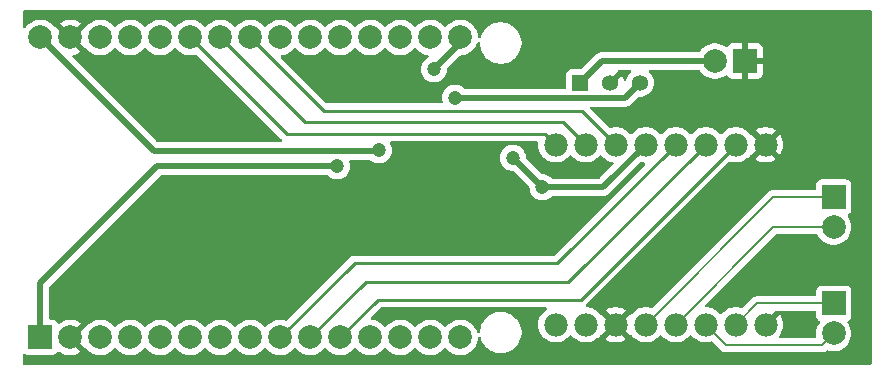
<source format=gbr>
%TF.GenerationSoftware,KiCad,Pcbnew,8.0.4*%
%TF.CreationDate,2025-02-11T11:06:44-05:00*%
%TF.ProjectId,plusle,706c7573-6c65-42e6-9b69-6361645f7063,rev?*%
%TF.SameCoordinates,Original*%
%TF.FileFunction,Copper,L1,Top*%
%TF.FilePolarity,Positive*%
%FSLAX46Y46*%
G04 Gerber Fmt 4.6, Leading zero omitted, Abs format (unit mm)*
G04 Created by KiCad (PCBNEW 8.0.4) date 2025-02-11 11:06:44*
%MOMM*%
%LPD*%
G01*
G04 APERTURE LIST*
%TA.AperFunction,ComponentPad*%
%ADD10R,2.000000X2.000000*%
%TD*%
%TA.AperFunction,ComponentPad*%
%ADD11C,2.000000*%
%TD*%
%TA.AperFunction,ComponentPad*%
%ADD12R,1.358000X1.358000*%
%TD*%
%TA.AperFunction,ComponentPad*%
%ADD13C,1.358000*%
%TD*%
%TA.AperFunction,ComponentPad*%
%ADD14C,1.980000*%
%TD*%
%TA.AperFunction,ViaPad*%
%ADD15C,1.200000*%
%TD*%
%TA.AperFunction,Conductor*%
%ADD16C,0.200000*%
%TD*%
%TA.AperFunction,Conductor*%
%ADD17C,0.500000*%
%TD*%
%TA.AperFunction,Conductor*%
%ADD18C,0.250000*%
%TD*%
G04 APERTURE END LIST*
D10*
%TO.P,J2,1,Pin_1*%
%TO.N,Net-(J2-Pin_1)*%
X140650000Y-51825000D03*
D11*
%TO.P,J2,2,Pin_2*%
%TO.N,Net-(J2-Pin_2)*%
X140650000Y-54365000D03*
%TD*%
D10*
%TO.P,U1,1,3V3*%
%TO.N,+3.3V*%
X73485000Y-63700000D03*
D11*
%TO.P,U1,2,GND*%
%TO.N,GND*%
X76025000Y-63700000D03*
%TO.P,U1,3,D15*%
%TO.N,unconnected-(U1-D15-Pad3)*%
X78565000Y-63700000D03*
%TO.P,U1,4,D2*%
%TO.N,unconnected-(U1-D2-Pad4)*%
X81105000Y-63700000D03*
%TO.P,U1,5,D4*%
%TO.N,unconnected-(U1-D4-Pad5)*%
X83645000Y-63700000D03*
%TO.P,U1,6,RX2*%
%TO.N,unconnected-(U1-RX2-Pad6)*%
X86185000Y-63700000D03*
%TO.P,U1,7,TX2*%
%TO.N,unconnected-(U1-TX2-Pad7)*%
X88725000Y-63700000D03*
%TO.P,U1,8,D5*%
%TO.N,unconnected-(U1-D5-Pad8)*%
X91265000Y-63700000D03*
%TO.P,U1,9,D18*%
%TO.N,BIn1*%
X93805000Y-63700000D03*
%TO.P,U1,10,D19*%
%TO.N,BIn2*%
X96345000Y-63700000D03*
%TO.P,U1,11,D21*%
%TO.N,PWMB*%
X98885000Y-63700000D03*
%TO.P,U1,12,RX0*%
%TO.N,unconnected-(U1-RX0-Pad12)*%
X101425000Y-63700000D03*
%TO.P,U1,13,TX0*%
%TO.N,unconnected-(U1-TX0-Pad13)*%
X103965000Y-63700000D03*
%TO.P,U1,14,D22*%
%TO.N,unconnected-(U1-D22-Pad14)*%
X106505000Y-63700000D03*
%TO.P,U1,15,D23*%
%TO.N,unconnected-(U1-D23-Pad15)*%
X109045000Y-63700000D03*
%TO.P,U1,16,EN*%
%TO.N,+3.3V*%
X109045000Y-38300000D03*
%TO.P,U1,17,VP*%
%TO.N,unconnected-(U1-VP-Pad17)*%
X106505000Y-38300000D03*
%TO.P,U1,18,VN*%
%TO.N,unconnected-(U1-VN-Pad18)*%
X103965000Y-38300000D03*
%TO.P,U1,19,D34*%
%TO.N,unconnected-(U1-D34-Pad19)*%
X101425000Y-38300000D03*
%TO.P,U1,20,D35*%
%TO.N,unconnected-(U1-D35-Pad20)*%
X98885000Y-38300000D03*
%TO.P,U1,21,D32*%
%TO.N,unconnected-(U1-D32-Pad21)*%
X96345000Y-38300000D03*
%TO.P,U1,22,D33*%
%TO.N,unconnected-(U1-D33-Pad22)*%
X93805000Y-38300000D03*
%TO.P,U1,23,D25*%
%TO.N,AIn1*%
X91265000Y-38300000D03*
%TO.P,U1,24,D26*%
%TO.N,AIn2*%
X88725000Y-38300000D03*
%TO.P,U1,25,D27*%
%TO.N,PWMA*%
X86185000Y-38300000D03*
%TO.P,U1,26,D14*%
%TO.N,unconnected-(U1-D14-Pad26)*%
X83645000Y-38300000D03*
%TO.P,U1,27,D12*%
%TO.N,unconnected-(U1-D12-Pad27)*%
X81105000Y-38300000D03*
%TO.P,U1,28,D13*%
%TO.N,unconnected-(U1-D13-Pad28)*%
X78565000Y-38300000D03*
%TO.P,U1,29,GND*%
%TO.N,GND*%
X76025000Y-38300000D03*
%TO.P,U1,30,VIN*%
%TO.N,+5V*%
X73485000Y-38300000D03*
%TD*%
D12*
%TO.P,PS1,1,+VIN*%
%TO.N,+12V*%
X119172500Y-42150000D03*
D13*
%TO.P,PS1,2,GND*%
%TO.N,GND*%
X121712500Y-42150000D03*
%TO.P,PS1,3,+VOUT*%
%TO.N,+5V*%
X124252500Y-42150000D03*
%TD*%
D10*
%TO.P,J3,1,Pin_1*%
%TO.N,Net-(J3-Pin_1)*%
X140650000Y-60825000D03*
D11*
%TO.P,J3,2,Pin_2*%
%TO.N,Net-(J3-Pin_2)*%
X140650000Y-63365000D03*
%TD*%
D10*
%TO.P,J1,1,Pin_1*%
%TO.N,GND*%
X133140000Y-40300000D03*
D11*
%TO.P,J1,2,Pin_2*%
%TO.N,+12V*%
X130600000Y-40300000D03*
%TD*%
D14*
%TO.P,U2,1,VM*%
%TO.N,+12V*%
X117110000Y-62620000D03*
%TO.P,U2,2,VCC*%
%TO.N,+3.3V*%
X119650000Y-62620000D03*
%TO.P,U2,3,GND*%
%TO.N,GND*%
X122190000Y-62620000D03*
%TO.P,U2,4,A01*%
%TO.N,Net-(J2-Pin_1)*%
X124730000Y-62620000D03*
%TO.P,U2,5,A02*%
%TO.N,Net-(J2-Pin_2)*%
X127270000Y-62620000D03*
%TO.P,U2,6,B02*%
%TO.N,Net-(J3-Pin_2)*%
X129810000Y-62620000D03*
%TO.P,U2,7,B01*%
%TO.N,Net-(J3-Pin_1)*%
X132350000Y-62620000D03*
%TO.P,U2,8,GND*%
%TO.N,GND*%
X134890000Y-62620000D03*
%TO.P,U2,9,GND*%
X134890000Y-47380000D03*
%TO.P,U2,10,PWMB*%
%TO.N,PWMB*%
X132350000Y-47380000D03*
%TO.P,U2,11,BI2*%
%TO.N,BIn2*%
X129810000Y-47380000D03*
%TO.P,U2,12,BI1*%
%TO.N,BIn1*%
X127270000Y-47380000D03*
%TO.P,U2,13,STBY*%
%TO.N,+3.3V*%
X124730000Y-47380000D03*
%TO.P,U2,14,AI1*%
%TO.N,AIn1*%
X122190000Y-47380000D03*
%TO.P,U2,15,AI2*%
%TO.N,AIn2*%
X119650000Y-47380000D03*
%TO.P,U2,16,PWMA*%
%TO.N,PWMA*%
X117110000Y-47380000D03*
%TD*%
D15*
%TO.N,+5V*%
X102150000Y-47850000D03*
X108600000Y-43400000D03*
%TO.N,+3.3V*%
X98600000Y-49200000D03*
X116000000Y-51000000D03*
X106800000Y-41000000D03*
X113500000Y-48500000D03*
%TD*%
D16*
%TO.N,Net-(J2-Pin_1)*%
X124730000Y-62620000D02*
X135525000Y-51825000D01*
X135525000Y-51825000D02*
X140650000Y-51825000D01*
%TO.N,Net-(J2-Pin_2)*%
X135525000Y-54365000D02*
X140650000Y-54365000D01*
X127270000Y-62620000D02*
X135525000Y-54365000D01*
%TO.N,Net-(J3-Pin_2)*%
X139650000Y-64365000D02*
X140650000Y-63365000D01*
X131555000Y-64365000D02*
X139650000Y-64365000D01*
X129810000Y-62620000D02*
X131555000Y-64365000D01*
%TO.N,Net-(J3-Pin_1)*%
X134145000Y-60825000D02*
X140650000Y-60825000D01*
X132350000Y-62620000D02*
X134145000Y-60825000D01*
D17*
%TO.N,+12V*%
X119172500Y-42150000D02*
X121022500Y-40300000D01*
X121022500Y-40300000D02*
X130600000Y-40300000D01*
%TO.N,+5V*%
X102150000Y-47850000D02*
X102100000Y-47900000D01*
X123002500Y-43400000D02*
X124252500Y-42150000D01*
X102100000Y-47900000D02*
X83085000Y-47900000D01*
X108600000Y-43400000D02*
X123002500Y-43400000D01*
X83085000Y-47900000D02*
X73485000Y-38300000D01*
D18*
%TO.N,BIn1*%
X100105000Y-57400000D02*
X93805000Y-63700000D01*
X127270000Y-47380000D02*
X117250000Y-57400000D01*
X117250000Y-57400000D02*
X100105000Y-57400000D01*
%TO.N,PWMB*%
X102085000Y-60500000D02*
X98885000Y-63700000D01*
X119230000Y-60500000D02*
X102085000Y-60500000D01*
X132350000Y-47380000D02*
X119230000Y-60500000D01*
%TO.N,PWMA*%
X117110000Y-47380000D02*
X116205000Y-46475000D01*
X94360000Y-46475000D02*
X86185000Y-38300000D01*
X116205000Y-46475000D02*
X94360000Y-46475000D01*
%TO.N,AIn1*%
X122190000Y-47380000D02*
X119310000Y-44500000D01*
X97465000Y-44500000D02*
X91265000Y-38300000D01*
X119310000Y-44500000D02*
X97465000Y-44500000D01*
%TO.N,BIn2*%
X118190000Y-59000000D02*
X101045000Y-59000000D01*
X101045000Y-59000000D02*
X96345000Y-63700000D01*
X129810000Y-47380000D02*
X118190000Y-59000000D01*
D17*
%TO.N,+3.3V*%
X98600000Y-49200000D02*
X83400000Y-49200000D01*
X116000000Y-51000000D02*
X121110000Y-51000000D01*
X106800000Y-41000000D02*
X109045000Y-38755000D01*
X73485000Y-59115000D02*
X73485000Y-63700000D01*
X83400000Y-49200000D02*
X73485000Y-59115000D01*
X116000000Y-51000000D02*
X113500000Y-48500000D01*
X109045000Y-38755000D02*
X109045000Y-38300000D01*
X121110000Y-51000000D02*
X124730000Y-47380000D01*
D18*
%TO.N,AIn2*%
X117770000Y-45500000D02*
X95925000Y-45500000D01*
X119650000Y-47380000D02*
X117770000Y-45500000D01*
X95925000Y-45500000D02*
X88725000Y-38300000D01*
%TD*%
%TA.AperFunction,Conductor*%
%TO.N,GND*%
G36*
X143842539Y-36020185D02*
G01*
X143888294Y-36072989D01*
X143899500Y-36124500D01*
X143899500Y-65875500D01*
X143879815Y-65942539D01*
X143827011Y-65988294D01*
X143775500Y-65999500D01*
X72124500Y-65999500D01*
X72057461Y-65979815D01*
X72011706Y-65927011D01*
X72000500Y-65875500D01*
X72000500Y-65210230D01*
X72020185Y-65143191D01*
X72072989Y-65097436D01*
X72142147Y-65087492D01*
X72198810Y-65110963D01*
X72241861Y-65143191D01*
X72242668Y-65143795D01*
X72242671Y-65143797D01*
X72377517Y-65194091D01*
X72377516Y-65194091D01*
X72384444Y-65194835D01*
X72437127Y-65200500D01*
X74532872Y-65200499D01*
X74592483Y-65194091D01*
X74727331Y-65143796D01*
X74842546Y-65057546D01*
X74928796Y-64942331D01*
X74928797Y-64942326D01*
X74933047Y-64934546D01*
X74936135Y-64936232D01*
X74967873Y-64893790D01*
X75033324Y-64869339D01*
X75101605Y-64884155D01*
X75118398Y-64895165D01*
X75201768Y-64960055D01*
X75201771Y-64960057D01*
X75420385Y-65078364D01*
X75420396Y-65078369D01*
X75655506Y-65159083D01*
X75900707Y-65200000D01*
X76149293Y-65200000D01*
X76394493Y-65159083D01*
X76629603Y-65078369D01*
X76629614Y-65078364D01*
X76848228Y-64960057D01*
X76848231Y-64960055D01*
X76895056Y-64923609D01*
X76162575Y-64191128D01*
X76221853Y-64175245D01*
X76338147Y-64108102D01*
X76433102Y-64013147D01*
X76500245Y-63896853D01*
X76516128Y-63837575D01*
X77248434Y-64569882D01*
X77259861Y-64568697D01*
X77328573Y-64581360D01*
X77373092Y-64621194D01*
X77373683Y-64620735D01*
X77376218Y-64623992D01*
X77376456Y-64624205D01*
X77376831Y-64624780D01*
X77376836Y-64624785D01*
X77545256Y-64807738D01*
X77741491Y-64960474D01*
X77741493Y-64960475D01*
X77959332Y-65078364D01*
X77960190Y-65078828D01*
X78147673Y-65143191D01*
X78193964Y-65159083D01*
X78195386Y-65159571D01*
X78440665Y-65200500D01*
X78689335Y-65200500D01*
X78934614Y-65159571D01*
X79169810Y-65078828D01*
X79388509Y-64960474D01*
X79584744Y-64807738D01*
X79743771Y-64634988D01*
X79803657Y-64598999D01*
X79873495Y-64601099D01*
X79926228Y-64634988D01*
X80085256Y-64807738D01*
X80281491Y-64960474D01*
X80281493Y-64960475D01*
X80499332Y-65078364D01*
X80500190Y-65078828D01*
X80687673Y-65143191D01*
X80733964Y-65159083D01*
X80735386Y-65159571D01*
X80980665Y-65200500D01*
X81229335Y-65200500D01*
X81474614Y-65159571D01*
X81709810Y-65078828D01*
X81928509Y-64960474D01*
X82124744Y-64807738D01*
X82283771Y-64634988D01*
X82343657Y-64598999D01*
X82413495Y-64601099D01*
X82466228Y-64634988D01*
X82625256Y-64807738D01*
X82821491Y-64960474D01*
X82821493Y-64960475D01*
X83039332Y-65078364D01*
X83040190Y-65078828D01*
X83227673Y-65143191D01*
X83273964Y-65159083D01*
X83275386Y-65159571D01*
X83520665Y-65200500D01*
X83769335Y-65200500D01*
X84014614Y-65159571D01*
X84249810Y-65078828D01*
X84468509Y-64960474D01*
X84664744Y-64807738D01*
X84823771Y-64634988D01*
X84883657Y-64598999D01*
X84953495Y-64601099D01*
X85006228Y-64634988D01*
X85165256Y-64807738D01*
X85361491Y-64960474D01*
X85361493Y-64960475D01*
X85579332Y-65078364D01*
X85580190Y-65078828D01*
X85767673Y-65143191D01*
X85813964Y-65159083D01*
X85815386Y-65159571D01*
X86060665Y-65200500D01*
X86309335Y-65200500D01*
X86554614Y-65159571D01*
X86789810Y-65078828D01*
X87008509Y-64960474D01*
X87204744Y-64807738D01*
X87363771Y-64634988D01*
X87423657Y-64598999D01*
X87493495Y-64601099D01*
X87546228Y-64634988D01*
X87705256Y-64807738D01*
X87901491Y-64960474D01*
X87901493Y-64960475D01*
X88119332Y-65078364D01*
X88120190Y-65078828D01*
X88307673Y-65143191D01*
X88353964Y-65159083D01*
X88355386Y-65159571D01*
X88600665Y-65200500D01*
X88849335Y-65200500D01*
X89094614Y-65159571D01*
X89329810Y-65078828D01*
X89548509Y-64960474D01*
X89744744Y-64807738D01*
X89903771Y-64634988D01*
X89963657Y-64598999D01*
X90033495Y-64601099D01*
X90086228Y-64634988D01*
X90245256Y-64807738D01*
X90441491Y-64960474D01*
X90441493Y-64960475D01*
X90659332Y-65078364D01*
X90660190Y-65078828D01*
X90847673Y-65143191D01*
X90893964Y-65159083D01*
X90895386Y-65159571D01*
X91140665Y-65200500D01*
X91389335Y-65200500D01*
X91634614Y-65159571D01*
X91869810Y-65078828D01*
X92088509Y-64960474D01*
X92284744Y-64807738D01*
X92443771Y-64634988D01*
X92503657Y-64598999D01*
X92573495Y-64601099D01*
X92626228Y-64634988D01*
X92785256Y-64807738D01*
X92981491Y-64960474D01*
X92981493Y-64960475D01*
X93199332Y-65078364D01*
X93200190Y-65078828D01*
X93387673Y-65143191D01*
X93433964Y-65159083D01*
X93435386Y-65159571D01*
X93680665Y-65200500D01*
X93929335Y-65200500D01*
X94174614Y-65159571D01*
X94409810Y-65078828D01*
X94628509Y-64960474D01*
X94824744Y-64807738D01*
X94983771Y-64634988D01*
X95043657Y-64598999D01*
X95113495Y-64601099D01*
X95166228Y-64634988D01*
X95325256Y-64807738D01*
X95521491Y-64960474D01*
X95521493Y-64960475D01*
X95739332Y-65078364D01*
X95740190Y-65078828D01*
X95927673Y-65143191D01*
X95973964Y-65159083D01*
X95975386Y-65159571D01*
X96220665Y-65200500D01*
X96469335Y-65200500D01*
X96714614Y-65159571D01*
X96949810Y-65078828D01*
X97168509Y-64960474D01*
X97364744Y-64807738D01*
X97523771Y-64634988D01*
X97583657Y-64598999D01*
X97653495Y-64601099D01*
X97706228Y-64634988D01*
X97865256Y-64807738D01*
X98061491Y-64960474D01*
X98061493Y-64960475D01*
X98279332Y-65078364D01*
X98280190Y-65078828D01*
X98467673Y-65143191D01*
X98513964Y-65159083D01*
X98515386Y-65159571D01*
X98760665Y-65200500D01*
X99009335Y-65200500D01*
X99254614Y-65159571D01*
X99489810Y-65078828D01*
X99708509Y-64960474D01*
X99904744Y-64807738D01*
X100063771Y-64634988D01*
X100123657Y-64598999D01*
X100193495Y-64601099D01*
X100246228Y-64634988D01*
X100405256Y-64807738D01*
X100601491Y-64960474D01*
X100601493Y-64960475D01*
X100819332Y-65078364D01*
X100820190Y-65078828D01*
X101007673Y-65143191D01*
X101053964Y-65159083D01*
X101055386Y-65159571D01*
X101300665Y-65200500D01*
X101549335Y-65200500D01*
X101794614Y-65159571D01*
X102029810Y-65078828D01*
X102248509Y-64960474D01*
X102444744Y-64807738D01*
X102603771Y-64634988D01*
X102663657Y-64598999D01*
X102733495Y-64601099D01*
X102786228Y-64634988D01*
X102945256Y-64807738D01*
X103141491Y-64960474D01*
X103141493Y-64960475D01*
X103359332Y-65078364D01*
X103360190Y-65078828D01*
X103547673Y-65143191D01*
X103593964Y-65159083D01*
X103595386Y-65159571D01*
X103840665Y-65200500D01*
X104089335Y-65200500D01*
X104334614Y-65159571D01*
X104569810Y-65078828D01*
X104788509Y-64960474D01*
X104984744Y-64807738D01*
X105143771Y-64634988D01*
X105203657Y-64598999D01*
X105273495Y-64601099D01*
X105326228Y-64634988D01*
X105485256Y-64807738D01*
X105681491Y-64960474D01*
X105681493Y-64960475D01*
X105899332Y-65078364D01*
X105900190Y-65078828D01*
X106087673Y-65143191D01*
X106133964Y-65159083D01*
X106135386Y-65159571D01*
X106380665Y-65200500D01*
X106629335Y-65200500D01*
X106874614Y-65159571D01*
X107109810Y-65078828D01*
X107328509Y-64960474D01*
X107524744Y-64807738D01*
X107683771Y-64634988D01*
X107743657Y-64598999D01*
X107813495Y-64601099D01*
X107866228Y-64634988D01*
X108025256Y-64807738D01*
X108221491Y-64960474D01*
X108221493Y-64960475D01*
X108439332Y-65078364D01*
X108440190Y-65078828D01*
X108627673Y-65143191D01*
X108673964Y-65159083D01*
X108675386Y-65159571D01*
X108920665Y-65200500D01*
X109169335Y-65200500D01*
X109414614Y-65159571D01*
X109649810Y-65078828D01*
X109868509Y-64960474D01*
X110064744Y-64807738D01*
X110233164Y-64624785D01*
X110369173Y-64416607D01*
X110469063Y-64188881D01*
X110530108Y-63947821D01*
X110530109Y-63947812D01*
X110544842Y-63770013D01*
X110569995Y-63704828D01*
X110626397Y-63663590D01*
X110696140Y-63659392D01*
X110757082Y-63693566D01*
X110788191Y-63748157D01*
X110792571Y-63764500D01*
X110813842Y-63843887D01*
X110901650Y-64055876D01*
X110901657Y-64055890D01*
X111016392Y-64254617D01*
X111156081Y-64436661D01*
X111156089Y-64436670D01*
X111318330Y-64598911D01*
X111318338Y-64598918D01*
X111318339Y-64598919D01*
X111352044Y-64624782D01*
X111500382Y-64738607D01*
X111500385Y-64738608D01*
X111500388Y-64738611D01*
X111699112Y-64853344D01*
X111699117Y-64853346D01*
X111699123Y-64853349D01*
X111737727Y-64869339D01*
X111911113Y-64941158D01*
X112132762Y-65000548D01*
X112360266Y-65030500D01*
X112360273Y-65030500D01*
X112589727Y-65030500D01*
X112589734Y-65030500D01*
X112817238Y-65000548D01*
X113038887Y-64941158D01*
X113250888Y-64853344D01*
X113449612Y-64738611D01*
X113631661Y-64598919D01*
X113631665Y-64598914D01*
X113631670Y-64598911D01*
X113793911Y-64436670D01*
X113793914Y-64436665D01*
X113793919Y-64436661D01*
X113933611Y-64254612D01*
X114048344Y-64055888D01*
X114136158Y-63843887D01*
X114195548Y-63622238D01*
X114225500Y-63394734D01*
X114225500Y-63165266D01*
X114195548Y-62937762D01*
X114136158Y-62716113D01*
X114059265Y-62530477D01*
X114048349Y-62504123D01*
X114048346Y-62504117D01*
X114048344Y-62504112D01*
X113933611Y-62305388D01*
X113933608Y-62305385D01*
X113933607Y-62305382D01*
X113802388Y-62134376D01*
X113793919Y-62123339D01*
X113793918Y-62123338D01*
X113793911Y-62123330D01*
X113631670Y-61961089D01*
X113631661Y-61961081D01*
X113449617Y-61821392D01*
X113250890Y-61706657D01*
X113250876Y-61706650D01*
X113038887Y-61618842D01*
X112817238Y-61559452D01*
X112779215Y-61554446D01*
X112589741Y-61529500D01*
X112589734Y-61529500D01*
X112360266Y-61529500D01*
X112360258Y-61529500D01*
X112143715Y-61558009D01*
X112132762Y-61559452D01*
X112039076Y-61584554D01*
X111911112Y-61618842D01*
X111699123Y-61706650D01*
X111699109Y-61706657D01*
X111500382Y-61821392D01*
X111318338Y-61961081D01*
X111156081Y-62123338D01*
X111016392Y-62305382D01*
X110901657Y-62504109D01*
X110901650Y-62504123D01*
X110813842Y-62716112D01*
X110754453Y-62937759D01*
X110754451Y-62937770D01*
X110724500Y-63165258D01*
X110724500Y-63225028D01*
X110704815Y-63292067D01*
X110652011Y-63337822D01*
X110582853Y-63347766D01*
X110519297Y-63318741D01*
X110481523Y-63259963D01*
X110480294Y-63255469D01*
X110469062Y-63211117D01*
X110427860Y-63117187D01*
X110369173Y-62983393D01*
X110327336Y-62919356D01*
X110233166Y-62775217D01*
X110178756Y-62716112D01*
X110064744Y-62592262D01*
X109868509Y-62439526D01*
X109868507Y-62439525D01*
X109868506Y-62439524D01*
X109649811Y-62321172D01*
X109649802Y-62321169D01*
X109414616Y-62240429D01*
X109169335Y-62199500D01*
X108920665Y-62199500D01*
X108675383Y-62240429D01*
X108440197Y-62321169D01*
X108440188Y-62321172D01*
X108221493Y-62439524D01*
X108025257Y-62592261D01*
X107866230Y-62765010D01*
X107806342Y-62801001D01*
X107736504Y-62798900D01*
X107683770Y-62765010D01*
X107638756Y-62716112D01*
X107524744Y-62592262D01*
X107328509Y-62439526D01*
X107328507Y-62439525D01*
X107328506Y-62439524D01*
X107109811Y-62321172D01*
X107109802Y-62321169D01*
X106874616Y-62240429D01*
X106629335Y-62199500D01*
X106380665Y-62199500D01*
X106135383Y-62240429D01*
X105900197Y-62321169D01*
X105900188Y-62321172D01*
X105681493Y-62439524D01*
X105485257Y-62592261D01*
X105326230Y-62765010D01*
X105266342Y-62801001D01*
X105196504Y-62798900D01*
X105143770Y-62765010D01*
X105098756Y-62716112D01*
X104984744Y-62592262D01*
X104788509Y-62439526D01*
X104788507Y-62439525D01*
X104788506Y-62439524D01*
X104569811Y-62321172D01*
X104569802Y-62321169D01*
X104334616Y-62240429D01*
X104089335Y-62199500D01*
X103840665Y-62199500D01*
X103595383Y-62240429D01*
X103360197Y-62321169D01*
X103360188Y-62321172D01*
X103141493Y-62439524D01*
X102945257Y-62592261D01*
X102786230Y-62765010D01*
X102726342Y-62801001D01*
X102656504Y-62798900D01*
X102603770Y-62765010D01*
X102558756Y-62716112D01*
X102444744Y-62592262D01*
X102248509Y-62439526D01*
X102248507Y-62439525D01*
X102248506Y-62439524D01*
X102029811Y-62321172D01*
X102029802Y-62321169D01*
X101794616Y-62240429D01*
X101547635Y-62199216D01*
X101484749Y-62168766D01*
X101448310Y-62109151D01*
X101449885Y-62039299D01*
X101480363Y-61989226D01*
X101537107Y-61932483D01*
X102307772Y-61161819D01*
X102369095Y-61128334D01*
X102395453Y-61125500D01*
X116250280Y-61125500D01*
X116317319Y-61145185D01*
X116363074Y-61197989D01*
X116373018Y-61267147D01*
X116343993Y-61330703D01*
X116309299Y-61358554D01*
X116291982Y-61367925D01*
X116291971Y-61367932D01*
X116097058Y-61519639D01*
X116097055Y-61519642D01*
X115929752Y-61701382D01*
X115794650Y-61908172D01*
X115695428Y-62134376D01*
X115634789Y-62373834D01*
X115614392Y-62619994D01*
X115614392Y-62620005D01*
X115634789Y-62866165D01*
X115695428Y-63105623D01*
X115794546Y-63331591D01*
X115794652Y-63331831D01*
X115877513Y-63458659D01*
X115927770Y-63535584D01*
X115929755Y-63538621D01*
X116097052Y-63720355D01*
X116097055Y-63720357D01*
X116097058Y-63720360D01*
X116291971Y-63872067D01*
X116291977Y-63872071D01*
X116291980Y-63872073D01*
X116431950Y-63947821D01*
X116508376Y-63989181D01*
X116509221Y-63989638D01*
X116630536Y-64031285D01*
X116742846Y-64069842D01*
X116742848Y-64069842D01*
X116742850Y-64069843D01*
X116986494Y-64110500D01*
X116986495Y-64110500D01*
X117233505Y-64110500D01*
X117233506Y-64110500D01*
X117477150Y-64069843D01*
X117710779Y-63989638D01*
X117928020Y-63872073D01*
X117928559Y-63871654D01*
X118059147Y-63770013D01*
X118122948Y-63720355D01*
X118288772Y-63540220D01*
X118348657Y-63504232D01*
X118418495Y-63506332D01*
X118471227Y-63540220D01*
X118637052Y-63720355D01*
X118637055Y-63720357D01*
X118637058Y-63720360D01*
X118831971Y-63872067D01*
X118831977Y-63872071D01*
X118831980Y-63872073D01*
X118971950Y-63947821D01*
X119048376Y-63989181D01*
X119049221Y-63989638D01*
X119170536Y-64031285D01*
X119282846Y-64069842D01*
X119282848Y-64069842D01*
X119282850Y-64069843D01*
X119526494Y-64110500D01*
X119526495Y-64110500D01*
X119773505Y-64110500D01*
X119773506Y-64110500D01*
X120017150Y-64069843D01*
X120250779Y-63989638D01*
X120468020Y-63872073D01*
X120468559Y-63871654D01*
X120599147Y-63770013D01*
X120662948Y-63720355D01*
X120830245Y-63538621D01*
X120832223Y-63535592D01*
X120833352Y-63534628D01*
X120833397Y-63534572D01*
X120833408Y-63534581D01*
X120885365Y-63490232D01*
X120948830Y-63480068D01*
X120973790Y-63482656D01*
X121581304Y-62875141D01*
X121605116Y-62932627D01*
X121677345Y-63040725D01*
X121769275Y-63132655D01*
X121877373Y-63204884D01*
X121934857Y-63228694D01*
X121327068Y-63836483D01*
X121372256Y-63871653D01*
X121589421Y-63989178D01*
X121589429Y-63989181D01*
X121822970Y-64069356D01*
X122066535Y-64110000D01*
X122313465Y-64110000D01*
X122557029Y-64069356D01*
X122790570Y-63989181D01*
X122790578Y-63989178D01*
X123007743Y-63871654D01*
X123052930Y-63836483D01*
X122445142Y-63228695D01*
X122502627Y-63204884D01*
X122610725Y-63132655D01*
X122702655Y-63040725D01*
X122774884Y-62932627D01*
X122798694Y-62875142D01*
X123406208Y-63482656D01*
X123431170Y-63480068D01*
X123499883Y-63492731D01*
X123547770Y-63535583D01*
X123549755Y-63538621D01*
X123717052Y-63720355D01*
X123717055Y-63720357D01*
X123717058Y-63720360D01*
X123911971Y-63872067D01*
X123911977Y-63872071D01*
X123911980Y-63872073D01*
X124051950Y-63947821D01*
X124128376Y-63989181D01*
X124129221Y-63989638D01*
X124250536Y-64031285D01*
X124362846Y-64069842D01*
X124362848Y-64069842D01*
X124362850Y-64069843D01*
X124606494Y-64110500D01*
X124606495Y-64110500D01*
X124853505Y-64110500D01*
X124853506Y-64110500D01*
X125097150Y-64069843D01*
X125330779Y-63989638D01*
X125548020Y-63872073D01*
X125548559Y-63871654D01*
X125679147Y-63770013D01*
X125742948Y-63720355D01*
X125908772Y-63540220D01*
X125968657Y-63504232D01*
X126038495Y-63506332D01*
X126091227Y-63540220D01*
X126257052Y-63720355D01*
X126257055Y-63720357D01*
X126257058Y-63720360D01*
X126451971Y-63872067D01*
X126451977Y-63872071D01*
X126451980Y-63872073D01*
X126591950Y-63947821D01*
X126668376Y-63989181D01*
X126669221Y-63989638D01*
X126790536Y-64031285D01*
X126902846Y-64069842D01*
X126902848Y-64069842D01*
X126902850Y-64069843D01*
X127146494Y-64110500D01*
X127146495Y-64110500D01*
X127393505Y-64110500D01*
X127393506Y-64110500D01*
X127637150Y-64069843D01*
X127870779Y-63989638D01*
X128088020Y-63872073D01*
X128088559Y-63871654D01*
X128219147Y-63770013D01*
X128282948Y-63720355D01*
X128448772Y-63540220D01*
X128508657Y-63504232D01*
X128578495Y-63506332D01*
X128631227Y-63540220D01*
X128797052Y-63720355D01*
X128797055Y-63720357D01*
X128797058Y-63720360D01*
X128991971Y-63872067D01*
X128991977Y-63872071D01*
X128991980Y-63872073D01*
X129131950Y-63947821D01*
X129208376Y-63989181D01*
X129209221Y-63989638D01*
X129330536Y-64031285D01*
X129442846Y-64069842D01*
X129442848Y-64069842D01*
X129442850Y-64069843D01*
X129686494Y-64110500D01*
X129686495Y-64110500D01*
X129933505Y-64110500D01*
X129933506Y-64110500D01*
X130177150Y-64069843D01*
X130277734Y-64035311D01*
X130347529Y-64032162D01*
X130405676Y-64064912D01*
X131186284Y-64845520D01*
X131186286Y-64845521D01*
X131186290Y-64845524D01*
X131321539Y-64923609D01*
X131323216Y-64924577D01*
X131475943Y-64965501D01*
X131475945Y-64965501D01*
X131641654Y-64965501D01*
X131641670Y-64965500D01*
X139563331Y-64965500D01*
X139563347Y-64965501D01*
X139570943Y-64965501D01*
X139729054Y-64965501D01*
X139729057Y-64965501D01*
X139881785Y-64924577D01*
X139931904Y-64895639D01*
X140018716Y-64845520D01*
X140046452Y-64817782D01*
X140107772Y-64784299D01*
X140174393Y-64788183D01*
X140231353Y-64807738D01*
X140280385Y-64824571D01*
X140525665Y-64865500D01*
X140774335Y-64865500D01*
X141019614Y-64824571D01*
X141254810Y-64743828D01*
X141473509Y-64625474D01*
X141669744Y-64472738D01*
X141838164Y-64289785D01*
X141974173Y-64081607D01*
X142074063Y-63853881D01*
X142135108Y-63612821D01*
X142139543Y-63559297D01*
X142155643Y-63365005D01*
X142155643Y-63364994D01*
X142135109Y-63117187D01*
X142135107Y-63117175D01*
X142074063Y-62876118D01*
X141974174Y-62648396D01*
X141974173Y-62648393D01*
X141843256Y-62448009D01*
X141823070Y-62381122D01*
X141842250Y-62313936D01*
X141887642Y-62271356D01*
X141892323Y-62268798D01*
X141892331Y-62268796D01*
X142007546Y-62182546D01*
X142093796Y-62067331D01*
X142144091Y-61932483D01*
X142150500Y-61872873D01*
X142150499Y-59777128D01*
X142144091Y-59717517D01*
X142095655Y-59587654D01*
X142093797Y-59582671D01*
X142093793Y-59582664D01*
X142007547Y-59467455D01*
X142007544Y-59467452D01*
X141892335Y-59381206D01*
X141892328Y-59381202D01*
X141757482Y-59330908D01*
X141757483Y-59330908D01*
X141697883Y-59324501D01*
X141697881Y-59324500D01*
X141697873Y-59324500D01*
X141697864Y-59324500D01*
X139602129Y-59324500D01*
X139602123Y-59324501D01*
X139542516Y-59330908D01*
X139407671Y-59381202D01*
X139407664Y-59381206D01*
X139292455Y-59467452D01*
X139292452Y-59467455D01*
X139206206Y-59582664D01*
X139206202Y-59582671D01*
X139155908Y-59717517D01*
X139149501Y-59777116D01*
X139149501Y-59777123D01*
X139149500Y-59777135D01*
X139149500Y-60100500D01*
X139129815Y-60167539D01*
X139077011Y-60213294D01*
X139025500Y-60224500D01*
X134065940Y-60224500D01*
X134025019Y-60235464D01*
X134025019Y-60235465D01*
X133987751Y-60245451D01*
X133913214Y-60265423D01*
X133913209Y-60265426D01*
X133776290Y-60344475D01*
X133776282Y-60344481D01*
X133664478Y-60456286D01*
X132945677Y-61175086D01*
X132884354Y-61208571D01*
X132817734Y-61204687D01*
X132717149Y-61170156D01*
X132514162Y-61136284D01*
X132473506Y-61129500D01*
X132226494Y-61129500D01*
X132177765Y-61137631D01*
X131982846Y-61170157D01*
X131749228Y-61250359D01*
X131749219Y-61250362D01*
X131531977Y-61367928D01*
X131531971Y-61367932D01*
X131337058Y-61519639D01*
X131337055Y-61519642D01*
X131337052Y-61519644D01*
X131337052Y-61519645D01*
X131300407Y-61559453D01*
X131171230Y-61699777D01*
X131111343Y-61735767D01*
X131041505Y-61733667D01*
X130988770Y-61699777D01*
X130822948Y-61519645D01*
X130822943Y-61519641D01*
X130822941Y-61519639D01*
X130628028Y-61367932D01*
X130628022Y-61367928D01*
X130410780Y-61250362D01*
X130410771Y-61250359D01*
X130177153Y-61170157D01*
X129994417Y-61139664D01*
X129933506Y-61129500D01*
X129909096Y-61129500D01*
X129842057Y-61109815D01*
X129796302Y-61057011D01*
X129786358Y-60987853D01*
X129815383Y-60924297D01*
X129821415Y-60917819D01*
X132710901Y-58028334D01*
X135737416Y-55001819D01*
X135798739Y-54968334D01*
X135825097Y-54965500D01*
X139193884Y-54965500D01*
X139260923Y-54985185D01*
X139306678Y-55037989D01*
X139307440Y-55039689D01*
X139325827Y-55081608D01*
X139461833Y-55289782D01*
X139461836Y-55289785D01*
X139630256Y-55472738D01*
X139826491Y-55625474D01*
X140045190Y-55743828D01*
X140280386Y-55824571D01*
X140525665Y-55865500D01*
X140774335Y-55865500D01*
X141019614Y-55824571D01*
X141254810Y-55743828D01*
X141473509Y-55625474D01*
X141669744Y-55472738D01*
X141838164Y-55289785D01*
X141974173Y-55081607D01*
X142074063Y-54853881D01*
X142135108Y-54612821D01*
X142155643Y-54365000D01*
X142135108Y-54117179D01*
X142076181Y-53884481D01*
X142074063Y-53876118D01*
X141974174Y-53648396D01*
X141974173Y-53648393D01*
X141843256Y-53448009D01*
X141823070Y-53381122D01*
X141842250Y-53313936D01*
X141887642Y-53271356D01*
X141892323Y-53268798D01*
X141892331Y-53268796D01*
X142007546Y-53182546D01*
X142093796Y-53067331D01*
X142144091Y-52932483D01*
X142150500Y-52872873D01*
X142150499Y-50777128D01*
X142144091Y-50717517D01*
X142093796Y-50582669D01*
X142093795Y-50582668D01*
X142093793Y-50582664D01*
X142007547Y-50467455D01*
X142007544Y-50467452D01*
X141892335Y-50381206D01*
X141892328Y-50381202D01*
X141757482Y-50330908D01*
X141757483Y-50330908D01*
X141697883Y-50324501D01*
X141697881Y-50324500D01*
X141697873Y-50324500D01*
X141697864Y-50324500D01*
X139602129Y-50324500D01*
X139602123Y-50324501D01*
X139542516Y-50330908D01*
X139407671Y-50381202D01*
X139407664Y-50381206D01*
X139292455Y-50467452D01*
X139292452Y-50467455D01*
X139206206Y-50582664D01*
X139206202Y-50582671D01*
X139155908Y-50717517D01*
X139149501Y-50777116D01*
X139149501Y-50777123D01*
X139149500Y-50777135D01*
X139149500Y-51100500D01*
X139129815Y-51167539D01*
X139077011Y-51213294D01*
X139025500Y-51224500D01*
X135445940Y-51224500D01*
X135405019Y-51235464D01*
X135405019Y-51235465D01*
X135367751Y-51245451D01*
X135293214Y-51265423D01*
X135293209Y-51265426D01*
X135156290Y-51344475D01*
X135156282Y-51344481D01*
X135044478Y-51456286D01*
X125325677Y-61175086D01*
X125264354Y-61208571D01*
X125197734Y-61204687D01*
X125097149Y-61170156D01*
X124894162Y-61136284D01*
X124853506Y-61129500D01*
X124606494Y-61129500D01*
X124557765Y-61137631D01*
X124362846Y-61170157D01*
X124129228Y-61250359D01*
X124129219Y-61250362D01*
X123911977Y-61367928D01*
X123911971Y-61367932D01*
X123717058Y-61519639D01*
X123717055Y-61519642D01*
X123717052Y-61519644D01*
X123717052Y-61519645D01*
X123625735Y-61618842D01*
X123549753Y-61701381D01*
X123547767Y-61704421D01*
X123546635Y-61705386D01*
X123546604Y-61705427D01*
X123546595Y-61705420D01*
X123494617Y-61749774D01*
X123431172Y-61759931D01*
X123406208Y-61757342D01*
X122798694Y-62364856D01*
X122774884Y-62307373D01*
X122702655Y-62199275D01*
X122610725Y-62107345D01*
X122502627Y-62035116D01*
X122445142Y-62011305D01*
X123052931Y-61403516D01*
X123052931Y-61403515D01*
X123007743Y-61368346D01*
X122790578Y-61250821D01*
X122790570Y-61250818D01*
X122557029Y-61170643D01*
X122313465Y-61130000D01*
X122066535Y-61130000D01*
X121822970Y-61170643D01*
X121589429Y-61250818D01*
X121589421Y-61250821D01*
X121372252Y-61368348D01*
X121372251Y-61368349D01*
X121327068Y-61403514D01*
X121327068Y-61403516D01*
X121934857Y-62011305D01*
X121877373Y-62035116D01*
X121769275Y-62107345D01*
X121677345Y-62199275D01*
X121605116Y-62307373D01*
X121581305Y-62364857D01*
X120973790Y-61757342D01*
X120948827Y-61759931D01*
X120880115Y-61747266D01*
X120832223Y-61704407D01*
X120830245Y-61701379D01*
X120662948Y-61519645D01*
X120662943Y-61519641D01*
X120662941Y-61519639D01*
X120468028Y-61367932D01*
X120468022Y-61367928D01*
X120250780Y-61250362D01*
X120250771Y-61250359D01*
X120017153Y-61170157D01*
X119838919Y-61140415D01*
X119773506Y-61129500D01*
X119773505Y-61129500D01*
X119768447Y-61128656D01*
X119768633Y-61127541D01*
X119708579Y-61104365D01*
X119667343Y-61047961D01*
X119663148Y-60978218D01*
X119696327Y-60918264D01*
X119696772Y-60917819D01*
X119715858Y-60898733D01*
X119715858Y-60898731D01*
X119722919Y-60891671D01*
X119722925Y-60891664D01*
X131780643Y-48833945D01*
X131841964Y-48800462D01*
X131908583Y-48804346D01*
X131982850Y-48829843D01*
X132226494Y-48870500D01*
X132226495Y-48870500D01*
X132473505Y-48870500D01*
X132473506Y-48870500D01*
X132717150Y-48829843D01*
X132950779Y-48749638D01*
X133168020Y-48632073D01*
X133168559Y-48631654D01*
X133286151Y-48540128D01*
X133362948Y-48480355D01*
X133530245Y-48298621D01*
X133532223Y-48295592D01*
X133533352Y-48294628D01*
X133533397Y-48294572D01*
X133533408Y-48294581D01*
X133585365Y-48250232D01*
X133648830Y-48240068D01*
X133673790Y-48242656D01*
X134281304Y-47635141D01*
X134305116Y-47692627D01*
X134377345Y-47800725D01*
X134469275Y-47892655D01*
X134577373Y-47964884D01*
X134634857Y-47988694D01*
X134027068Y-48596483D01*
X134072256Y-48631653D01*
X134289421Y-48749178D01*
X134289429Y-48749181D01*
X134522970Y-48829356D01*
X134766535Y-48870000D01*
X135013465Y-48870000D01*
X135257029Y-48829356D01*
X135490570Y-48749181D01*
X135490578Y-48749178D01*
X135707743Y-48631654D01*
X135752930Y-48596483D01*
X135145142Y-47988695D01*
X135202627Y-47964884D01*
X135310725Y-47892655D01*
X135402655Y-47800725D01*
X135474884Y-47692627D01*
X135498694Y-47635142D01*
X136106209Y-48242657D01*
X136204904Y-48091595D01*
X136204909Y-48091587D01*
X136304098Y-47865460D01*
X136364715Y-47626090D01*
X136364717Y-47626079D01*
X136385107Y-47380006D01*
X136385107Y-47379993D01*
X136364717Y-47133920D01*
X136364715Y-47133909D01*
X136304098Y-46894539D01*
X136204906Y-46668406D01*
X136106209Y-46517341D01*
X135498694Y-47124856D01*
X135474884Y-47067373D01*
X135402655Y-46959275D01*
X135310725Y-46867345D01*
X135202627Y-46795116D01*
X135145142Y-46771305D01*
X135752931Y-46163516D01*
X135752931Y-46163515D01*
X135707743Y-46128346D01*
X135490578Y-46010821D01*
X135490570Y-46010818D01*
X135257029Y-45930643D01*
X135013465Y-45890000D01*
X134766535Y-45890000D01*
X134522970Y-45930643D01*
X134289429Y-46010818D01*
X134289421Y-46010821D01*
X134072252Y-46128348D01*
X134072251Y-46128349D01*
X134027068Y-46163514D01*
X134027068Y-46163516D01*
X134634857Y-46771305D01*
X134577373Y-46795116D01*
X134469275Y-46867345D01*
X134377345Y-46959275D01*
X134305116Y-47067373D01*
X134281305Y-47124857D01*
X133673790Y-46517342D01*
X133648827Y-46519931D01*
X133580115Y-46507266D01*
X133532223Y-46464407D01*
X133530245Y-46461379D01*
X133362948Y-46279645D01*
X133362943Y-46279641D01*
X133362941Y-46279639D01*
X133168028Y-46127932D01*
X133168022Y-46127928D01*
X132950780Y-46010362D01*
X132950771Y-46010359D01*
X132717153Y-45930157D01*
X132523197Y-45897792D01*
X132473506Y-45889500D01*
X132226494Y-45889500D01*
X132177765Y-45897631D01*
X131982846Y-45930157D01*
X131749228Y-46010359D01*
X131749219Y-46010362D01*
X131531977Y-46127928D01*
X131531971Y-46127932D01*
X131337058Y-46279639D01*
X131337055Y-46279642D01*
X131171230Y-46459777D01*
X131111343Y-46495767D01*
X131041505Y-46493667D01*
X130988770Y-46459777D01*
X130822948Y-46279645D01*
X130822943Y-46279641D01*
X130822941Y-46279639D01*
X130628028Y-46127932D01*
X130628022Y-46127928D01*
X130410780Y-46010362D01*
X130410771Y-46010359D01*
X130177153Y-45930157D01*
X129983197Y-45897792D01*
X129933506Y-45889500D01*
X129686494Y-45889500D01*
X129637765Y-45897631D01*
X129442846Y-45930157D01*
X129209228Y-46010359D01*
X129209219Y-46010362D01*
X128991977Y-46127928D01*
X128991971Y-46127932D01*
X128797058Y-46279639D01*
X128797055Y-46279642D01*
X128631230Y-46459777D01*
X128571343Y-46495767D01*
X128501505Y-46493667D01*
X128448770Y-46459777D01*
X128282948Y-46279645D01*
X128282943Y-46279641D01*
X128282941Y-46279639D01*
X128088028Y-46127932D01*
X128088022Y-46127928D01*
X127870780Y-46010362D01*
X127870771Y-46010359D01*
X127637153Y-45930157D01*
X127443197Y-45897792D01*
X127393506Y-45889500D01*
X127146494Y-45889500D01*
X127097765Y-45897631D01*
X126902846Y-45930157D01*
X126669228Y-46010359D01*
X126669219Y-46010362D01*
X126451977Y-46127928D01*
X126451971Y-46127932D01*
X126257058Y-46279639D01*
X126257055Y-46279642D01*
X126091230Y-46459777D01*
X126031343Y-46495767D01*
X125961505Y-46493667D01*
X125908770Y-46459777D01*
X125742948Y-46279645D01*
X125742943Y-46279641D01*
X125742941Y-46279639D01*
X125548028Y-46127932D01*
X125548022Y-46127928D01*
X125330780Y-46010362D01*
X125330771Y-46010359D01*
X125097153Y-45930157D01*
X124903197Y-45897792D01*
X124853506Y-45889500D01*
X124606494Y-45889500D01*
X124557765Y-45897631D01*
X124362846Y-45930157D01*
X124129228Y-46010359D01*
X124129219Y-46010362D01*
X123911977Y-46127928D01*
X123911971Y-46127932D01*
X123717058Y-46279639D01*
X123717055Y-46279642D01*
X123551230Y-46459777D01*
X123491343Y-46495767D01*
X123421505Y-46493667D01*
X123368770Y-46459777D01*
X123202948Y-46279645D01*
X123202943Y-46279641D01*
X123202941Y-46279639D01*
X123008028Y-46127932D01*
X123008022Y-46127928D01*
X122790780Y-46010362D01*
X122790771Y-46010359D01*
X122557153Y-45930157D01*
X122363197Y-45897792D01*
X122313506Y-45889500D01*
X122066494Y-45889500D01*
X122036011Y-45894586D01*
X121822849Y-45930156D01*
X121748584Y-45955652D01*
X121678785Y-45958801D01*
X121620641Y-45926051D01*
X120056771Y-44362181D01*
X120023286Y-44300858D01*
X120028270Y-44231166D01*
X120070142Y-44175233D01*
X120135606Y-44150816D01*
X120144452Y-44150500D01*
X123076420Y-44150500D01*
X123173962Y-44131096D01*
X123221413Y-44121658D01*
X123357995Y-44065084D01*
X123434234Y-44014143D01*
X123480916Y-43982952D01*
X124098048Y-43365818D01*
X124159371Y-43332334D01*
X124185729Y-43329500D01*
X124361795Y-43329500D01*
X124361797Y-43329500D01*
X124576668Y-43289333D01*
X124780501Y-43210368D01*
X124966353Y-43095294D01*
X125127895Y-42948028D01*
X125259627Y-42773587D01*
X125357063Y-42577910D01*
X125416884Y-42367661D01*
X125437053Y-42150000D01*
X125416884Y-41932339D01*
X125357063Y-41722090D01*
X125335521Y-41678828D01*
X125259630Y-41526418D01*
X125259625Y-41526410D01*
X125127895Y-41351972D01*
X125033739Y-41266137D01*
X124997458Y-41206425D01*
X124999219Y-41136578D01*
X125038463Y-41078770D01*
X125102730Y-41051356D01*
X125117278Y-41050500D01*
X129230864Y-41050500D01*
X129297903Y-41070185D01*
X129334672Y-41106677D01*
X129411836Y-41224785D01*
X129580256Y-41407738D01*
X129776491Y-41560474D01*
X129995190Y-41678828D01*
X130230386Y-41759571D01*
X130475665Y-41800500D01*
X130724335Y-41800500D01*
X130969614Y-41759571D01*
X131204810Y-41678828D01*
X131423509Y-41560474D01*
X131507201Y-41495333D01*
X131572192Y-41469692D01*
X131640732Y-41483258D01*
X131691057Y-41531726D01*
X131692290Y-41534361D01*
X131692396Y-41534304D01*
X131696649Y-41542093D01*
X131782809Y-41657187D01*
X131782812Y-41657190D01*
X131897906Y-41743350D01*
X131897913Y-41743354D01*
X132032620Y-41793596D01*
X132032627Y-41793598D01*
X132092155Y-41799999D01*
X132092172Y-41800000D01*
X132890000Y-41800000D01*
X132890000Y-40848482D01*
X132908409Y-40859111D01*
X133061009Y-40900000D01*
X133218991Y-40900000D01*
X133371591Y-40859111D01*
X133390000Y-40848482D01*
X133390000Y-41800000D01*
X134187828Y-41800000D01*
X134187844Y-41799999D01*
X134247372Y-41793598D01*
X134247379Y-41793596D01*
X134382086Y-41743354D01*
X134382093Y-41743350D01*
X134497187Y-41657190D01*
X134497190Y-41657187D01*
X134583350Y-41542093D01*
X134583354Y-41542086D01*
X134633596Y-41407379D01*
X134633598Y-41407372D01*
X134639999Y-41347844D01*
X134640000Y-41347827D01*
X134640000Y-40550000D01*
X133688482Y-40550000D01*
X133699111Y-40531591D01*
X133740000Y-40378991D01*
X133740000Y-40221009D01*
X133699111Y-40068409D01*
X133688482Y-40050000D01*
X134640000Y-40050000D01*
X134640000Y-39252172D01*
X134639999Y-39252155D01*
X134633598Y-39192627D01*
X134633596Y-39192620D01*
X134583354Y-39057913D01*
X134583350Y-39057906D01*
X134497190Y-38942812D01*
X134497187Y-38942809D01*
X134382093Y-38856649D01*
X134382086Y-38856645D01*
X134247379Y-38806403D01*
X134247372Y-38806401D01*
X134187844Y-38800000D01*
X133390000Y-38800000D01*
X133390000Y-39751517D01*
X133371591Y-39740889D01*
X133218991Y-39700000D01*
X133061009Y-39700000D01*
X132908409Y-39740889D01*
X132890000Y-39751517D01*
X132890000Y-38800000D01*
X132092155Y-38800000D01*
X132032627Y-38806401D01*
X132032620Y-38806403D01*
X131897913Y-38856645D01*
X131897906Y-38856649D01*
X131782812Y-38942809D01*
X131782809Y-38942812D01*
X131696649Y-39057906D01*
X131692396Y-39065696D01*
X131689217Y-39063960D01*
X131657596Y-39106135D01*
X131592113Y-39130502D01*
X131523851Y-39115598D01*
X131507199Y-39104665D01*
X131500595Y-39099525D01*
X131423509Y-39039526D01*
X131423507Y-39039525D01*
X131423506Y-39039524D01*
X131204811Y-38921172D01*
X131204802Y-38921169D01*
X130969616Y-38840429D01*
X130724335Y-38799500D01*
X130475665Y-38799500D01*
X130230383Y-38840429D01*
X129995197Y-38921169D01*
X129995188Y-38921172D01*
X129776493Y-39039524D01*
X129594263Y-39181360D01*
X129580256Y-39192262D01*
X129540923Y-39234989D01*
X129411836Y-39375215D01*
X129334673Y-39493322D01*
X129281526Y-39538678D01*
X129230864Y-39549500D01*
X120948580Y-39549500D01*
X120803592Y-39578340D01*
X120803582Y-39578343D01*
X120667011Y-39634912D01*
X120666999Y-39634919D01*
X120601980Y-39678364D01*
X120601286Y-39678828D01*
X120587080Y-39688319D01*
X120544081Y-39717050D01*
X120544080Y-39717051D01*
X119326949Y-40934181D01*
X119265626Y-40967666D01*
X119239268Y-40970500D01*
X118445629Y-40970500D01*
X118445623Y-40970501D01*
X118386016Y-40976908D01*
X118251171Y-41027202D01*
X118251164Y-41027206D01*
X118135955Y-41113452D01*
X118135952Y-41113455D01*
X118049706Y-41228664D01*
X118049702Y-41228671D01*
X117999408Y-41363517D01*
X117993001Y-41423116D01*
X117993000Y-41423127D01*
X117993000Y-42031868D01*
X117993001Y-42525500D01*
X117973316Y-42592539D01*
X117920513Y-42638294D01*
X117869001Y-42649500D01*
X109458307Y-42649500D01*
X109391268Y-42629815D01*
X109374769Y-42617137D01*
X109266041Y-42518019D01*
X109266039Y-42518017D01*
X109092642Y-42410655D01*
X109092635Y-42410651D01*
X108981661Y-42367660D01*
X108902456Y-42336976D01*
X108701976Y-42299500D01*
X108498024Y-42299500D01*
X108297544Y-42336976D01*
X108297541Y-42336976D01*
X108297541Y-42336977D01*
X108107364Y-42410651D01*
X108107357Y-42410655D01*
X107933960Y-42518017D01*
X107933958Y-42518019D01*
X107783237Y-42655418D01*
X107660327Y-42818178D01*
X107569422Y-43000739D01*
X107569417Y-43000752D01*
X107513602Y-43196917D01*
X107494785Y-43399999D01*
X107494785Y-43400000D01*
X107513602Y-43603082D01*
X107545892Y-43716565D01*
X107545306Y-43786433D01*
X107507039Y-43844891D01*
X107443242Y-43873382D01*
X107426626Y-43874500D01*
X97775452Y-43874500D01*
X97708413Y-43854815D01*
X97687771Y-43838181D01*
X93860363Y-40010773D01*
X93826878Y-39949450D01*
X93831862Y-39879758D01*
X93873734Y-39823825D01*
X93927635Y-39800783D01*
X93929331Y-39800500D01*
X93929335Y-39800500D01*
X94174614Y-39759571D01*
X94409810Y-39678828D01*
X94628509Y-39560474D01*
X94824744Y-39407738D01*
X94983771Y-39234988D01*
X95043657Y-39198999D01*
X95113495Y-39201099D01*
X95166228Y-39234988D01*
X95325256Y-39407738D01*
X95521491Y-39560474D01*
X95554508Y-39578342D01*
X95739332Y-39678364D01*
X95740190Y-39678828D01*
X95975386Y-39759571D01*
X96220665Y-39800500D01*
X96469335Y-39800500D01*
X96714614Y-39759571D01*
X96949810Y-39678828D01*
X97168509Y-39560474D01*
X97364744Y-39407738D01*
X97523771Y-39234988D01*
X97583657Y-39198999D01*
X97653495Y-39201099D01*
X97706228Y-39234988D01*
X97865256Y-39407738D01*
X98061491Y-39560474D01*
X98094508Y-39578342D01*
X98279332Y-39678364D01*
X98280190Y-39678828D01*
X98515386Y-39759571D01*
X98760665Y-39800500D01*
X99009335Y-39800500D01*
X99254614Y-39759571D01*
X99489810Y-39678828D01*
X99708509Y-39560474D01*
X99904744Y-39407738D01*
X100063771Y-39234988D01*
X100123657Y-39198999D01*
X100193495Y-39201099D01*
X100246228Y-39234988D01*
X100405256Y-39407738D01*
X100601491Y-39560474D01*
X100634508Y-39578342D01*
X100819332Y-39678364D01*
X100820190Y-39678828D01*
X101055386Y-39759571D01*
X101300665Y-39800500D01*
X101549335Y-39800500D01*
X101794614Y-39759571D01*
X102029810Y-39678828D01*
X102248509Y-39560474D01*
X102444744Y-39407738D01*
X102603771Y-39234988D01*
X102663657Y-39198999D01*
X102733495Y-39201099D01*
X102786228Y-39234988D01*
X102945256Y-39407738D01*
X103141491Y-39560474D01*
X103174508Y-39578342D01*
X103359332Y-39678364D01*
X103360190Y-39678828D01*
X103595386Y-39759571D01*
X103840665Y-39800500D01*
X104089335Y-39800500D01*
X104334614Y-39759571D01*
X104569810Y-39678828D01*
X104788509Y-39560474D01*
X104984744Y-39407738D01*
X105143771Y-39234988D01*
X105203657Y-39198999D01*
X105273495Y-39201099D01*
X105326228Y-39234988D01*
X105485256Y-39407738D01*
X105681491Y-39560474D01*
X105714508Y-39578342D01*
X105899332Y-39678364D01*
X105900190Y-39678828D01*
X106135386Y-39759571D01*
X106265211Y-39781234D01*
X106328095Y-39811684D01*
X106364535Y-39871299D01*
X106362961Y-39941150D01*
X106323871Y-39999062D01*
X106310079Y-40008970D01*
X106133957Y-40118020D01*
X105983237Y-40255418D01*
X105860327Y-40418178D01*
X105769422Y-40600739D01*
X105769417Y-40600752D01*
X105713602Y-40796917D01*
X105694785Y-40999999D01*
X105694785Y-41000000D01*
X105713602Y-41203082D01*
X105769417Y-41399247D01*
X105769422Y-41399260D01*
X105860327Y-41581821D01*
X105983237Y-41744581D01*
X106133958Y-41881980D01*
X106133960Y-41881982D01*
X106139282Y-41885277D01*
X106307363Y-41989348D01*
X106497544Y-42063024D01*
X106698024Y-42100500D01*
X106698026Y-42100500D01*
X106901974Y-42100500D01*
X106901976Y-42100500D01*
X107102456Y-42063024D01*
X107292637Y-41989348D01*
X107466041Y-41881981D01*
X107616764Y-41744579D01*
X107739673Y-41581821D01*
X107830582Y-41399250D01*
X107886397Y-41203083D01*
X107905215Y-41000000D01*
X107905214Y-40999999D01*
X107905562Y-40996254D01*
X107931348Y-40931317D01*
X107941344Y-40920022D01*
X109024548Y-39836819D01*
X109085871Y-39803334D01*
X109112229Y-39800500D01*
X109169335Y-39800500D01*
X109414614Y-39759571D01*
X109649810Y-39678828D01*
X109868509Y-39560474D01*
X110064744Y-39407738D01*
X110233164Y-39224785D01*
X110369173Y-39016607D01*
X110469063Y-38788881D01*
X110480294Y-38744530D01*
X110515834Y-38684375D01*
X110578254Y-38652983D01*
X110647737Y-38660321D01*
X110702223Y-38704060D01*
X110724412Y-38770312D01*
X110724500Y-38774971D01*
X110724500Y-38884741D01*
X110749446Y-39074215D01*
X110754452Y-39112238D01*
X110784396Y-39223992D01*
X110813842Y-39333887D01*
X110901650Y-39545876D01*
X110901657Y-39545890D01*
X111016392Y-39744617D01*
X111156081Y-39926661D01*
X111156089Y-39926670D01*
X111318330Y-40088911D01*
X111318338Y-40088918D01*
X111500382Y-40228607D01*
X111500385Y-40228608D01*
X111500388Y-40228611D01*
X111699112Y-40343344D01*
X111699117Y-40343346D01*
X111699123Y-40343349D01*
X111785171Y-40378991D01*
X111911113Y-40431158D01*
X112132762Y-40490548D01*
X112360266Y-40520500D01*
X112360273Y-40520500D01*
X112589727Y-40520500D01*
X112589734Y-40520500D01*
X112817238Y-40490548D01*
X113038887Y-40431158D01*
X113250888Y-40343344D01*
X113449612Y-40228611D01*
X113631661Y-40088919D01*
X113631665Y-40088914D01*
X113631670Y-40088911D01*
X113793911Y-39926670D01*
X113793914Y-39926665D01*
X113793919Y-39926661D01*
X113933611Y-39744612D01*
X114048344Y-39545888D01*
X114136158Y-39333887D01*
X114195548Y-39112238D01*
X114225500Y-38884734D01*
X114225500Y-38655266D01*
X114225274Y-38653553D01*
X114211354Y-38547821D01*
X114195548Y-38427762D01*
X114136158Y-38206113D01*
X114048344Y-37994112D01*
X113933611Y-37795388D01*
X113933608Y-37795385D01*
X113933607Y-37795382D01*
X113793918Y-37613338D01*
X113793911Y-37613330D01*
X113631670Y-37451089D01*
X113631661Y-37451081D01*
X113449617Y-37311392D01*
X113250890Y-37196657D01*
X113250876Y-37196650D01*
X113038887Y-37108842D01*
X112817238Y-37049452D01*
X112779215Y-37044446D01*
X112589741Y-37019500D01*
X112589734Y-37019500D01*
X112360266Y-37019500D01*
X112360258Y-37019500D01*
X112143715Y-37048009D01*
X112132762Y-37049452D01*
X112039076Y-37074554D01*
X111911112Y-37108842D01*
X111699123Y-37196650D01*
X111699109Y-37196657D01*
X111500382Y-37311392D01*
X111318338Y-37451081D01*
X111156081Y-37613338D01*
X111016392Y-37795382D01*
X110901657Y-37994109D01*
X110901650Y-37994123D01*
X110813843Y-38206110D01*
X110813842Y-38206113D01*
X110797213Y-38268176D01*
X110791357Y-38290030D01*
X110754992Y-38349690D01*
X110692145Y-38380219D01*
X110622769Y-38371924D01*
X110568891Y-38327439D01*
X110548006Y-38268179D01*
X110530108Y-38052179D01*
X110469063Y-37811119D01*
X110462160Y-37795382D01*
X110369173Y-37583393D01*
X110233166Y-37375217D01*
X110174408Y-37311389D01*
X110064744Y-37192262D01*
X109868509Y-37039526D01*
X109868507Y-37039525D01*
X109868506Y-37039524D01*
X109649811Y-36921172D01*
X109649802Y-36921169D01*
X109414616Y-36840429D01*
X109169335Y-36799500D01*
X108920665Y-36799500D01*
X108675383Y-36840429D01*
X108440197Y-36921169D01*
X108440188Y-36921172D01*
X108221493Y-37039524D01*
X108025257Y-37192261D01*
X107866230Y-37365010D01*
X107806342Y-37401001D01*
X107736504Y-37398900D01*
X107683770Y-37365010D01*
X107634408Y-37311389D01*
X107524744Y-37192262D01*
X107328509Y-37039526D01*
X107328507Y-37039525D01*
X107328506Y-37039524D01*
X107109811Y-36921172D01*
X107109802Y-36921169D01*
X106874616Y-36840429D01*
X106629335Y-36799500D01*
X106380665Y-36799500D01*
X106135383Y-36840429D01*
X105900197Y-36921169D01*
X105900188Y-36921172D01*
X105681493Y-37039524D01*
X105485257Y-37192261D01*
X105326230Y-37365010D01*
X105266342Y-37401001D01*
X105196504Y-37398900D01*
X105143770Y-37365010D01*
X105094408Y-37311389D01*
X104984744Y-37192262D01*
X104788509Y-37039526D01*
X104788507Y-37039525D01*
X104788506Y-37039524D01*
X104569811Y-36921172D01*
X104569802Y-36921169D01*
X104334616Y-36840429D01*
X104089335Y-36799500D01*
X103840665Y-36799500D01*
X103595383Y-36840429D01*
X103360197Y-36921169D01*
X103360188Y-36921172D01*
X103141493Y-37039524D01*
X102945257Y-37192261D01*
X102786230Y-37365010D01*
X102726342Y-37401001D01*
X102656504Y-37398900D01*
X102603770Y-37365010D01*
X102554408Y-37311389D01*
X102444744Y-37192262D01*
X102248509Y-37039526D01*
X102248507Y-37039525D01*
X102248506Y-37039524D01*
X102029811Y-36921172D01*
X102029802Y-36921169D01*
X101794616Y-36840429D01*
X101549335Y-36799500D01*
X101300665Y-36799500D01*
X101055383Y-36840429D01*
X100820197Y-36921169D01*
X100820188Y-36921172D01*
X100601493Y-37039524D01*
X100405257Y-37192261D01*
X100246230Y-37365010D01*
X100186342Y-37401001D01*
X100116504Y-37398900D01*
X100063770Y-37365010D01*
X100014408Y-37311389D01*
X99904744Y-37192262D01*
X99708509Y-37039526D01*
X99708507Y-37039525D01*
X99708506Y-37039524D01*
X99489811Y-36921172D01*
X99489802Y-36921169D01*
X99254616Y-36840429D01*
X99009335Y-36799500D01*
X98760665Y-36799500D01*
X98515383Y-36840429D01*
X98280197Y-36921169D01*
X98280188Y-36921172D01*
X98061493Y-37039524D01*
X97865257Y-37192261D01*
X97706230Y-37365010D01*
X97646342Y-37401001D01*
X97576504Y-37398900D01*
X97523770Y-37365010D01*
X97474408Y-37311389D01*
X97364744Y-37192262D01*
X97168509Y-37039526D01*
X97168507Y-37039525D01*
X97168506Y-37039524D01*
X96949811Y-36921172D01*
X96949802Y-36921169D01*
X96714616Y-36840429D01*
X96469335Y-36799500D01*
X96220665Y-36799500D01*
X95975383Y-36840429D01*
X95740197Y-36921169D01*
X95740188Y-36921172D01*
X95521493Y-37039524D01*
X95325257Y-37192261D01*
X95166230Y-37365010D01*
X95106342Y-37401001D01*
X95036504Y-37398900D01*
X94983770Y-37365010D01*
X94934408Y-37311389D01*
X94824744Y-37192262D01*
X94628509Y-37039526D01*
X94628507Y-37039525D01*
X94628506Y-37039524D01*
X94409811Y-36921172D01*
X94409802Y-36921169D01*
X94174616Y-36840429D01*
X93929335Y-36799500D01*
X93680665Y-36799500D01*
X93435383Y-36840429D01*
X93200197Y-36921169D01*
X93200188Y-36921172D01*
X92981493Y-37039524D01*
X92785257Y-37192261D01*
X92626230Y-37365010D01*
X92566342Y-37401001D01*
X92496504Y-37398900D01*
X92443770Y-37365010D01*
X92394408Y-37311389D01*
X92284744Y-37192262D01*
X92088509Y-37039526D01*
X92088507Y-37039525D01*
X92088506Y-37039524D01*
X91869811Y-36921172D01*
X91869802Y-36921169D01*
X91634616Y-36840429D01*
X91389335Y-36799500D01*
X91140665Y-36799500D01*
X90895383Y-36840429D01*
X90660197Y-36921169D01*
X90660188Y-36921172D01*
X90441493Y-37039524D01*
X90245257Y-37192261D01*
X90086230Y-37365010D01*
X90026342Y-37401001D01*
X89956504Y-37398900D01*
X89903770Y-37365010D01*
X89854408Y-37311389D01*
X89744744Y-37192262D01*
X89548509Y-37039526D01*
X89548507Y-37039525D01*
X89548506Y-37039524D01*
X89329811Y-36921172D01*
X89329802Y-36921169D01*
X89094616Y-36840429D01*
X88849335Y-36799500D01*
X88600665Y-36799500D01*
X88355383Y-36840429D01*
X88120197Y-36921169D01*
X88120188Y-36921172D01*
X87901493Y-37039524D01*
X87705257Y-37192261D01*
X87546230Y-37365010D01*
X87486342Y-37401001D01*
X87416504Y-37398900D01*
X87363770Y-37365010D01*
X87314408Y-37311389D01*
X87204744Y-37192262D01*
X87008509Y-37039526D01*
X87008507Y-37039525D01*
X87008506Y-37039524D01*
X86789811Y-36921172D01*
X86789802Y-36921169D01*
X86554616Y-36840429D01*
X86309335Y-36799500D01*
X86060665Y-36799500D01*
X85815383Y-36840429D01*
X85580197Y-36921169D01*
X85580188Y-36921172D01*
X85361493Y-37039524D01*
X85165257Y-37192261D01*
X85006230Y-37365010D01*
X84946342Y-37401001D01*
X84876504Y-37398900D01*
X84823770Y-37365010D01*
X84774408Y-37311389D01*
X84664744Y-37192262D01*
X84468509Y-37039526D01*
X84468507Y-37039525D01*
X84468506Y-37039524D01*
X84249811Y-36921172D01*
X84249802Y-36921169D01*
X84014616Y-36840429D01*
X83769335Y-36799500D01*
X83520665Y-36799500D01*
X83275383Y-36840429D01*
X83040197Y-36921169D01*
X83040188Y-36921172D01*
X82821493Y-37039524D01*
X82625257Y-37192261D01*
X82466230Y-37365010D01*
X82406342Y-37401001D01*
X82336504Y-37398900D01*
X82283770Y-37365010D01*
X82234408Y-37311389D01*
X82124744Y-37192262D01*
X81928509Y-37039526D01*
X81928507Y-37039525D01*
X81928506Y-37039524D01*
X81709811Y-36921172D01*
X81709802Y-36921169D01*
X81474616Y-36840429D01*
X81229335Y-36799500D01*
X80980665Y-36799500D01*
X80735383Y-36840429D01*
X80500197Y-36921169D01*
X80500188Y-36921172D01*
X80281493Y-37039524D01*
X80085257Y-37192261D01*
X79926230Y-37365010D01*
X79866342Y-37401001D01*
X79796504Y-37398900D01*
X79743770Y-37365010D01*
X79694408Y-37311389D01*
X79584744Y-37192262D01*
X79388509Y-37039526D01*
X79388507Y-37039525D01*
X79388506Y-37039524D01*
X79169811Y-36921172D01*
X79169802Y-36921169D01*
X78934616Y-36840429D01*
X78689335Y-36799500D01*
X78440665Y-36799500D01*
X78195383Y-36840429D01*
X77960197Y-36921169D01*
X77960188Y-36921172D01*
X77741493Y-37039524D01*
X77545257Y-37192261D01*
X77376837Y-37375213D01*
X77376829Y-37375224D01*
X77376455Y-37375797D01*
X77376242Y-37375978D01*
X77373690Y-37379258D01*
X77373014Y-37378732D01*
X77323304Y-37421147D01*
X77259865Y-37431302D01*
X77248434Y-37430116D01*
X76516127Y-38162423D01*
X76500245Y-38103147D01*
X76433102Y-37986853D01*
X76338147Y-37891898D01*
X76221853Y-37824755D01*
X76162575Y-37808872D01*
X76895057Y-37076390D01*
X76895056Y-37076389D01*
X76848229Y-37039943D01*
X76629614Y-36921635D01*
X76629603Y-36921630D01*
X76394493Y-36840916D01*
X76149293Y-36800000D01*
X75900707Y-36800000D01*
X75655506Y-36840916D01*
X75420396Y-36921630D01*
X75420390Y-36921632D01*
X75201761Y-37039949D01*
X75154942Y-37076388D01*
X75154942Y-37076390D01*
X75887424Y-37808871D01*
X75828147Y-37824755D01*
X75711853Y-37891898D01*
X75616898Y-37986853D01*
X75549755Y-38103147D01*
X75533871Y-38162424D01*
X74801564Y-37430116D01*
X74790135Y-37431302D01*
X74721423Y-37418637D01*
X74676910Y-37378802D01*
X74676317Y-37379265D01*
X74673768Y-37375991D01*
X74673535Y-37375782D01*
X74673166Y-37375218D01*
X74673165Y-37375217D01*
X74673164Y-37375215D01*
X74504744Y-37192262D01*
X74308509Y-37039526D01*
X74308507Y-37039525D01*
X74308506Y-37039524D01*
X74089811Y-36921172D01*
X74089802Y-36921169D01*
X73854616Y-36840429D01*
X73609335Y-36799500D01*
X73360665Y-36799500D01*
X73115383Y-36840429D01*
X72880197Y-36921169D01*
X72880188Y-36921172D01*
X72661493Y-37039524D01*
X72465257Y-37192261D01*
X72296833Y-37375217D01*
X72228309Y-37480103D01*
X72175162Y-37525460D01*
X72105931Y-37534884D01*
X72042595Y-37505382D01*
X72005264Y-37446322D01*
X72000500Y-37412282D01*
X72000500Y-36124500D01*
X72020185Y-36057461D01*
X72072989Y-36011706D01*
X72124500Y-36000500D01*
X143775500Y-36000500D01*
X143842539Y-36020185D01*
G37*
%TD.AperFunction*%
%TA.AperFunction,Conductor*%
G36*
X139092540Y-61445185D02*
G01*
X139138295Y-61497989D01*
X139149501Y-61549500D01*
X139149501Y-61872876D01*
X139155908Y-61932483D01*
X139206202Y-62067328D01*
X139206206Y-62067335D01*
X139292452Y-62182544D01*
X139292455Y-62182547D01*
X139407664Y-62268793D01*
X139412361Y-62271358D01*
X139461766Y-62320764D01*
X139476617Y-62389037D01*
X139456742Y-62448011D01*
X139325826Y-62648393D01*
X139225936Y-62876118D01*
X139164892Y-63117175D01*
X139164890Y-63117187D01*
X139144357Y-63364994D01*
X139144357Y-63365005D01*
X139164890Y-63612812D01*
X139165737Y-63617885D01*
X139163882Y-63618194D01*
X139161574Y-63679863D01*
X139121626Y-63737186D01*
X139057029Y-63763812D01*
X139043987Y-63764500D01*
X136144322Y-63764500D01*
X136077283Y-63744815D01*
X136031528Y-63692011D01*
X136021584Y-63622853D01*
X136050609Y-63559297D01*
X136053092Y-63556518D01*
X136069848Y-63538315D01*
X136204907Y-63331591D01*
X136304098Y-63105460D01*
X136364715Y-62866090D01*
X136364717Y-62866079D01*
X136385107Y-62620006D01*
X136385107Y-62619993D01*
X136364717Y-62373920D01*
X136364715Y-62373909D01*
X136304098Y-62134539D01*
X136204906Y-61908406D01*
X136106209Y-61757341D01*
X135498694Y-62364856D01*
X135474884Y-62307373D01*
X135402655Y-62199275D01*
X135310725Y-62107345D01*
X135202627Y-62035116D01*
X135145142Y-62011304D01*
X135694628Y-61461819D01*
X135755951Y-61428334D01*
X135782309Y-61425500D01*
X139025501Y-61425500D01*
X139092540Y-61445185D01*
G37*
%TD.AperFunction*%
%TA.AperFunction,Conductor*%
G36*
X115569891Y-47120185D02*
G01*
X115615646Y-47172989D01*
X115626428Y-47234740D01*
X115614392Y-47379994D01*
X115614392Y-47380005D01*
X115634789Y-47626165D01*
X115695428Y-47865623D01*
X115777655Y-48053083D01*
X115794652Y-48091831D01*
X115840000Y-48161241D01*
X115928641Y-48296917D01*
X115929755Y-48298621D01*
X116097052Y-48480355D01*
X116097055Y-48480357D01*
X116097058Y-48480360D01*
X116291971Y-48632067D01*
X116291977Y-48632071D01*
X116291980Y-48632073D01*
X116362405Y-48670185D01*
X116508376Y-48749181D01*
X116509221Y-48749638D01*
X116595373Y-48779214D01*
X116742846Y-48829842D01*
X116742848Y-48829842D01*
X116742850Y-48829843D01*
X116986494Y-48870500D01*
X116986495Y-48870500D01*
X117233505Y-48870500D01*
X117233506Y-48870500D01*
X117477150Y-48829843D01*
X117710779Y-48749638D01*
X117928020Y-48632073D01*
X117928559Y-48631654D01*
X118046151Y-48540128D01*
X118122948Y-48480355D01*
X118288772Y-48300220D01*
X118348657Y-48264232D01*
X118418495Y-48266332D01*
X118471227Y-48300220D01*
X118637052Y-48480355D01*
X118637055Y-48480357D01*
X118637058Y-48480360D01*
X118831971Y-48632067D01*
X118831977Y-48632071D01*
X118831980Y-48632073D01*
X118902405Y-48670185D01*
X119048376Y-48749181D01*
X119049221Y-48749638D01*
X119135373Y-48779214D01*
X119282846Y-48829842D01*
X119282848Y-48829842D01*
X119282850Y-48829843D01*
X119526494Y-48870500D01*
X119526495Y-48870500D01*
X119773505Y-48870500D01*
X119773506Y-48870500D01*
X120017150Y-48829843D01*
X120250779Y-48749638D01*
X120468020Y-48632073D01*
X120468559Y-48631654D01*
X120586151Y-48540128D01*
X120662948Y-48480355D01*
X120828772Y-48300220D01*
X120888657Y-48264232D01*
X120958495Y-48266332D01*
X121011227Y-48300220D01*
X121177052Y-48480355D01*
X121177055Y-48480357D01*
X121177058Y-48480360D01*
X121371971Y-48632067D01*
X121371977Y-48632071D01*
X121371980Y-48632073D01*
X121442405Y-48670185D01*
X121588376Y-48749181D01*
X121589221Y-48749638D01*
X121822850Y-48829843D01*
X121924556Y-48846814D01*
X121987440Y-48877264D01*
X122023880Y-48936879D01*
X122022306Y-49006731D01*
X121991827Y-49056804D01*
X120835451Y-50213181D01*
X120774128Y-50246666D01*
X120747770Y-50249500D01*
X116858307Y-50249500D01*
X116791268Y-50229815D01*
X116774769Y-50217137D01*
X116666041Y-50118019D01*
X116666039Y-50118017D01*
X116492642Y-50010655D01*
X116492635Y-50010651D01*
X116344681Y-49953334D01*
X116302456Y-49936976D01*
X116101976Y-49899500D01*
X116101974Y-49899500D01*
X116012230Y-49899500D01*
X115945191Y-49879815D01*
X115924549Y-49863181D01*
X114641351Y-48579983D01*
X114607866Y-48518660D01*
X114605561Y-48503743D01*
X114605214Y-48500004D01*
X114605215Y-48500000D01*
X114586397Y-48296917D01*
X114530582Y-48100750D01*
X114526023Y-48091595D01*
X114462929Y-47964884D01*
X114439673Y-47918179D01*
X114316764Y-47755421D01*
X114316762Y-47755418D01*
X114166041Y-47618019D01*
X114166039Y-47618017D01*
X113992642Y-47510655D01*
X113992635Y-47510651D01*
X113838011Y-47450750D01*
X113802456Y-47436976D01*
X113601976Y-47399500D01*
X113398024Y-47399500D01*
X113197544Y-47436976D01*
X113197541Y-47436976D01*
X113197541Y-47436977D01*
X113007364Y-47510651D01*
X113007357Y-47510655D01*
X112833960Y-47618017D01*
X112833958Y-47618019D01*
X112683237Y-47755418D01*
X112560327Y-47918178D01*
X112469422Y-48100739D01*
X112469417Y-48100752D01*
X112413602Y-48296917D01*
X112394785Y-48499999D01*
X112394785Y-48500000D01*
X112413602Y-48703082D01*
X112469417Y-48899247D01*
X112469422Y-48899260D01*
X112560327Y-49081821D01*
X112683237Y-49244581D01*
X112833958Y-49381980D01*
X112833960Y-49381982D01*
X112868038Y-49403082D01*
X113007363Y-49489348D01*
X113197544Y-49563024D01*
X113398024Y-49600500D01*
X113487770Y-49600500D01*
X113554809Y-49620185D01*
X113575451Y-49636819D01*
X114858647Y-50920015D01*
X114892132Y-50981338D01*
X114894437Y-50996254D01*
X114904097Y-51100500D01*
X114913603Y-51203083D01*
X114931341Y-51265426D01*
X114969417Y-51399247D01*
X114969422Y-51399260D01*
X115060327Y-51581821D01*
X115183237Y-51744581D01*
X115333958Y-51881980D01*
X115333960Y-51881982D01*
X115433141Y-51943392D01*
X115507363Y-51989348D01*
X115697544Y-52063024D01*
X115898024Y-52100500D01*
X115898026Y-52100500D01*
X116101974Y-52100500D01*
X116101976Y-52100500D01*
X116302456Y-52063024D01*
X116492637Y-51989348D01*
X116666041Y-51881981D01*
X116737486Y-51816850D01*
X116774769Y-51782863D01*
X116837573Y-51752246D01*
X116858307Y-51750500D01*
X121183920Y-51750500D01*
X121281462Y-51731096D01*
X121328913Y-51721658D01*
X121465495Y-51665084D01*
X121518277Y-51629816D01*
X121588416Y-51582952D01*
X124299441Y-48871924D01*
X124360762Y-48838441D01*
X124407525Y-48837298D01*
X124606494Y-48870500D01*
X124606495Y-48870500D01*
X124611553Y-48871344D01*
X124611366Y-48872463D01*
X124671401Y-48895619D01*
X124712648Y-48952014D01*
X124716858Y-49021757D01*
X124683673Y-49081735D01*
X117027229Y-56738181D01*
X116965906Y-56771666D01*
X116939548Y-56774500D01*
X100043388Y-56774500D01*
X99922555Y-56798535D01*
X99922547Y-56798537D01*
X99808716Y-56845687D01*
X99706265Y-56914142D01*
X99706262Y-56914145D01*
X94382229Y-62238179D01*
X94320906Y-62271664D01*
X94254286Y-62267780D01*
X94174613Y-62240428D01*
X93929335Y-62199500D01*
X93680665Y-62199500D01*
X93435383Y-62240429D01*
X93200197Y-62321169D01*
X93200188Y-62321172D01*
X92981493Y-62439524D01*
X92785257Y-62592261D01*
X92626230Y-62765010D01*
X92566342Y-62801001D01*
X92496504Y-62798900D01*
X92443770Y-62765010D01*
X92398756Y-62716112D01*
X92284744Y-62592262D01*
X92088509Y-62439526D01*
X92088507Y-62439525D01*
X92088506Y-62439524D01*
X91869811Y-62321172D01*
X91869802Y-62321169D01*
X91634616Y-62240429D01*
X91389335Y-62199500D01*
X91140665Y-62199500D01*
X90895383Y-62240429D01*
X90660197Y-62321169D01*
X90660188Y-62321172D01*
X90441493Y-62439524D01*
X90245257Y-62592261D01*
X90086230Y-62765010D01*
X90026342Y-62801001D01*
X89956504Y-62798900D01*
X89903770Y-62765010D01*
X89858756Y-62716112D01*
X89744744Y-62592262D01*
X89548509Y-62439526D01*
X89548507Y-62439525D01*
X89548506Y-62439524D01*
X89329811Y-62321172D01*
X89329802Y-62321169D01*
X89094616Y-62240429D01*
X88849335Y-62199500D01*
X88600665Y-62199500D01*
X88355383Y-62240429D01*
X88120197Y-62321169D01*
X88120188Y-62321172D01*
X87901493Y-62439524D01*
X87705257Y-62592261D01*
X87546230Y-62765010D01*
X87486342Y-62801001D01*
X87416504Y-62798900D01*
X87363770Y-62765010D01*
X87318756Y-62716112D01*
X87204744Y-62592262D01*
X87008509Y-62439526D01*
X87008507Y-62439525D01*
X87008506Y-62439524D01*
X86789811Y-62321172D01*
X86789802Y-62321169D01*
X86554616Y-62240429D01*
X86309335Y-62199500D01*
X86060665Y-62199500D01*
X85815383Y-62240429D01*
X85580197Y-62321169D01*
X85580188Y-62321172D01*
X85361493Y-62439524D01*
X85165257Y-62592261D01*
X85006230Y-62765010D01*
X84946342Y-62801001D01*
X84876504Y-62798900D01*
X84823770Y-62765010D01*
X84778756Y-62716112D01*
X84664744Y-62592262D01*
X84468509Y-62439526D01*
X84468507Y-62439525D01*
X84468506Y-62439524D01*
X84249811Y-62321172D01*
X84249802Y-62321169D01*
X84014616Y-62240429D01*
X83769335Y-62199500D01*
X83520665Y-62199500D01*
X83275383Y-62240429D01*
X83040197Y-62321169D01*
X83040188Y-62321172D01*
X82821493Y-62439524D01*
X82625257Y-62592261D01*
X82466230Y-62765010D01*
X82406342Y-62801001D01*
X82336504Y-62798900D01*
X82283770Y-62765010D01*
X82238756Y-62716112D01*
X82124744Y-62592262D01*
X81928509Y-62439526D01*
X81928507Y-62439525D01*
X81928506Y-62439524D01*
X81709811Y-62321172D01*
X81709802Y-62321169D01*
X81474616Y-62240429D01*
X81229335Y-62199500D01*
X80980665Y-62199500D01*
X80735383Y-62240429D01*
X80500197Y-62321169D01*
X80500188Y-62321172D01*
X80281493Y-62439524D01*
X80085257Y-62592261D01*
X79926230Y-62765010D01*
X79866342Y-62801001D01*
X79796504Y-62798900D01*
X79743770Y-62765010D01*
X79698756Y-62716112D01*
X79584744Y-62592262D01*
X79388509Y-62439526D01*
X79388507Y-62439525D01*
X79388506Y-62439524D01*
X79169811Y-62321172D01*
X79169802Y-62321169D01*
X78934616Y-62240429D01*
X78689335Y-62199500D01*
X78440665Y-62199500D01*
X78195383Y-62240429D01*
X77960197Y-62321169D01*
X77960188Y-62321172D01*
X77741493Y-62439524D01*
X77545257Y-62592261D01*
X77376837Y-62775213D01*
X77376829Y-62775224D01*
X77376455Y-62775797D01*
X77376242Y-62775978D01*
X77373690Y-62779258D01*
X77373014Y-62778732D01*
X77323304Y-62821147D01*
X77259865Y-62831302D01*
X77248434Y-62830116D01*
X76516127Y-63562423D01*
X76500245Y-63503147D01*
X76433102Y-63386853D01*
X76338147Y-63291898D01*
X76221853Y-63224755D01*
X76162574Y-63208871D01*
X76895057Y-62476389D01*
X76848229Y-62439943D01*
X76629614Y-62321635D01*
X76629603Y-62321630D01*
X76394493Y-62240916D01*
X76149293Y-62200000D01*
X75900707Y-62200000D01*
X75655506Y-62240916D01*
X75420396Y-62321630D01*
X75420385Y-62321635D01*
X75201771Y-62439942D01*
X75201769Y-62439943D01*
X75118397Y-62504835D01*
X75053403Y-62530477D01*
X74984863Y-62516910D01*
X74934538Y-62468442D01*
X74933120Y-62465413D01*
X74933047Y-62465454D01*
X74928793Y-62457664D01*
X74842547Y-62342455D01*
X74842544Y-62342452D01*
X74727335Y-62256206D01*
X74727328Y-62256202D01*
X74592482Y-62205908D01*
X74592483Y-62205908D01*
X74532883Y-62199501D01*
X74532881Y-62199500D01*
X74532873Y-62199500D01*
X74532865Y-62199500D01*
X74359500Y-62199500D01*
X74292461Y-62179815D01*
X74246706Y-62127011D01*
X74235500Y-62075500D01*
X74235500Y-59477229D01*
X74255185Y-59410190D01*
X74271819Y-59389548D01*
X83674548Y-49986819D01*
X83735871Y-49953334D01*
X83762229Y-49950500D01*
X97741693Y-49950500D01*
X97808732Y-49970185D01*
X97825231Y-49982863D01*
X97933958Y-50081980D01*
X97933960Y-50081982D01*
X97992159Y-50118017D01*
X98107363Y-50189348D01*
X98297544Y-50263024D01*
X98498024Y-50300500D01*
X98498026Y-50300500D01*
X98701974Y-50300500D01*
X98701976Y-50300500D01*
X98902456Y-50263024D01*
X99092637Y-50189348D01*
X99266041Y-50081981D01*
X99416764Y-49944579D01*
X99539673Y-49781821D01*
X99630582Y-49599250D01*
X99686397Y-49403083D01*
X99705215Y-49200000D01*
X99686397Y-48996917D01*
X99632768Y-48808432D01*
X99633354Y-48738568D01*
X99671621Y-48680109D01*
X99735418Y-48651618D01*
X99752034Y-48650500D01*
X101346541Y-48650500D01*
X101413580Y-48670185D01*
X101430072Y-48682856D01*
X101483959Y-48731981D01*
X101657363Y-48839348D01*
X101847544Y-48913024D01*
X102048024Y-48950500D01*
X102048026Y-48950500D01*
X102251974Y-48950500D01*
X102251976Y-48950500D01*
X102452456Y-48913024D01*
X102642637Y-48839348D01*
X102816041Y-48731981D01*
X102950534Y-48609375D01*
X102966762Y-48594581D01*
X102977786Y-48579983D01*
X103089673Y-48431821D01*
X103180582Y-48249250D01*
X103236397Y-48053083D01*
X103255215Y-47850000D01*
X103236397Y-47646917D01*
X103180582Y-47450750D01*
X103180578Y-47450742D01*
X103180575Y-47450734D01*
X103095446Y-47279771D01*
X103083185Y-47210986D01*
X103110058Y-47146491D01*
X103167534Y-47106764D01*
X103206446Y-47100500D01*
X115502852Y-47100500D01*
X115569891Y-47120185D01*
G37*
%TD.AperFunction*%
%TA.AperFunction,Conductor*%
G36*
X77248434Y-39169882D02*
G01*
X77259861Y-39168697D01*
X77328573Y-39181360D01*
X77373092Y-39221194D01*
X77373683Y-39220735D01*
X77376218Y-39223992D01*
X77376456Y-39224205D01*
X77376831Y-39224780D01*
X77376836Y-39224785D01*
X77545256Y-39407738D01*
X77741491Y-39560474D01*
X77774508Y-39578342D01*
X77959332Y-39678364D01*
X77960190Y-39678828D01*
X78195386Y-39759571D01*
X78440665Y-39800500D01*
X78689335Y-39800500D01*
X78934614Y-39759571D01*
X79169810Y-39678828D01*
X79388509Y-39560474D01*
X79584744Y-39407738D01*
X79743771Y-39234988D01*
X79803657Y-39198999D01*
X79873495Y-39201099D01*
X79926228Y-39234988D01*
X80085256Y-39407738D01*
X80281491Y-39560474D01*
X80314508Y-39578342D01*
X80499332Y-39678364D01*
X80500190Y-39678828D01*
X80735386Y-39759571D01*
X80980665Y-39800500D01*
X81229335Y-39800500D01*
X81474614Y-39759571D01*
X81709810Y-39678828D01*
X81928509Y-39560474D01*
X82124744Y-39407738D01*
X82283771Y-39234988D01*
X82343657Y-39198999D01*
X82413495Y-39201099D01*
X82466228Y-39234988D01*
X82625256Y-39407738D01*
X82821491Y-39560474D01*
X82854508Y-39578342D01*
X83039332Y-39678364D01*
X83040190Y-39678828D01*
X83275386Y-39759571D01*
X83520665Y-39800500D01*
X83769335Y-39800500D01*
X84014614Y-39759571D01*
X84249810Y-39678828D01*
X84468509Y-39560474D01*
X84664744Y-39407738D01*
X84823771Y-39234988D01*
X84883657Y-39198999D01*
X84953495Y-39201099D01*
X85006228Y-39234988D01*
X85165256Y-39407738D01*
X85361491Y-39560474D01*
X85394508Y-39578342D01*
X85579332Y-39678364D01*
X85580190Y-39678828D01*
X85815386Y-39759571D01*
X86060665Y-39800500D01*
X86309335Y-39800500D01*
X86554614Y-39759571D01*
X86634287Y-39732218D01*
X86704082Y-39729068D01*
X86762229Y-39761819D01*
X93871016Y-46870606D01*
X93871045Y-46870637D01*
X93938227Y-46937819D01*
X93971712Y-46999142D01*
X93966728Y-47068834D01*
X93924856Y-47124767D01*
X93859392Y-47149184D01*
X93850546Y-47149500D01*
X83447229Y-47149500D01*
X83380190Y-47129815D01*
X83359548Y-47113181D01*
X76231426Y-39985058D01*
X76197941Y-39923735D01*
X76202925Y-39854043D01*
X76244797Y-39798110D01*
X76298699Y-39775068D01*
X76394491Y-39759084D01*
X76629603Y-39678369D01*
X76629614Y-39678364D01*
X76848228Y-39560057D01*
X76848231Y-39560055D01*
X76895056Y-39523609D01*
X76162575Y-38791128D01*
X76221853Y-38775245D01*
X76338147Y-38708102D01*
X76433102Y-38613147D01*
X76500245Y-38496853D01*
X76516128Y-38437575D01*
X77248434Y-39169882D01*
G37*
%TD.AperFunction*%
%TA.AperFunction,Conductor*%
G36*
X123454761Y-41070185D02*
G01*
X123500516Y-41122989D01*
X123510460Y-41192147D01*
X123481435Y-41255703D01*
X123471261Y-41266137D01*
X123377104Y-41351972D01*
X123245374Y-41526410D01*
X123245369Y-41526418D01*
X123147941Y-41722079D01*
X123147935Y-41722094D01*
X123101506Y-41885277D01*
X123064227Y-41944371D01*
X123000917Y-41973928D01*
X122931678Y-41964566D01*
X122878491Y-41919256D01*
X122862973Y-41885277D01*
X122816593Y-41722267D01*
X122719199Y-41526675D01*
X122706368Y-41509684D01*
X122706367Y-41509684D01*
X122134225Y-42081825D01*
X122108537Y-41985956D01*
X122052584Y-41889044D01*
X121973456Y-41809916D01*
X121876544Y-41753963D01*
X121780672Y-41728274D01*
X122361141Y-41147805D01*
X122365930Y-41119929D01*
X122413109Y-41068394D01*
X122477276Y-41050500D01*
X123387722Y-41050500D01*
X123454761Y-41070185D01*
G37*
%TD.AperFunction*%
%TD*%
M02*

</source>
